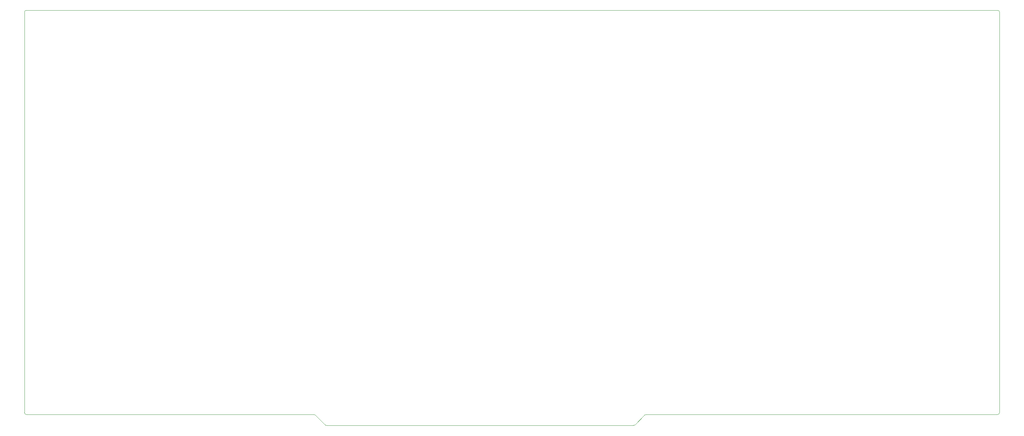
<source format=gm1>
%TF.GenerationSoftware,KiCad,Pcbnew,8.0.4*%
%TF.CreationDate,2025-01-19T23:05:40-05:00*%
%TF.ProjectId,shrimple,73687269-6d70-46c6-952e-6b696361645f,rev?*%
%TF.SameCoordinates,Original*%
%TF.FileFunction,Profile,NP*%
%FSLAX46Y46*%
G04 Gerber Fmt 4.6, Leading zero omitted, Abs format (unit mm)*
G04 Created by KiCad (PCBNEW 8.0.4) date 2025-01-19 23:05:40*
%MOMM*%
%LPD*%
G01*
G04 APERTURE LIST*
%TA.AperFunction,Profile*%
%ADD10C,0.050000*%
%TD*%
G04 APERTURE END LIST*
D10*
X29100000Y-131200000D02*
G75*
G02*
X28600000Y-130700000I0J500000D01*
G01*
X28600000Y-28300000D02*
G75*
G02*
X29100000Y-27800000I500000J0D01*
G01*
X187053553Y-131346447D02*
G75*
G02*
X187407107Y-131200005I353547J-353553D01*
G01*
X277800000Y-130700000D02*
G75*
G02*
X277300000Y-131200000I-500000J0D01*
G01*
X277300000Y-27800000D02*
G75*
G02*
X277800000Y-28300000I0J-500000D01*
G01*
X102592893Y-131200000D02*
G75*
G02*
X102946449Y-131346443I7J-500000D01*
G01*
X184546446Y-133853554D02*
G75*
G02*
X184192893Y-133999995I-353546J353554D01*
G01*
X105807107Y-134000000D02*
G75*
G02*
X105453550Y-133853556I-7J500000D01*
G01*
X28600000Y-130700000D02*
X28600000Y-28300000D01*
X277300000Y-131200000D02*
X187407107Y-131200000D01*
X102592893Y-131200000D02*
X29100000Y-131200000D01*
X29100000Y-27800000D02*
X277300000Y-27800000D01*
X187053553Y-131346447D02*
X184546446Y-133853554D01*
X277800000Y-28300000D02*
X277800000Y-130700000D01*
X105453553Y-133853553D02*
X102946446Y-131346446D01*
X184192893Y-134000000D02*
X105807107Y-134000000D01*
M02*

</source>
